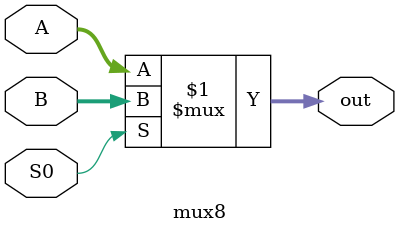
<source format=v>
`timescale 1ns / 1ps

module mux8(
	input [7:0] A, 
	input [7:0] B,
	input S0,
	output [7:0] out
    );
	
	assign out = (S0)? B: A;

endmodule


</source>
